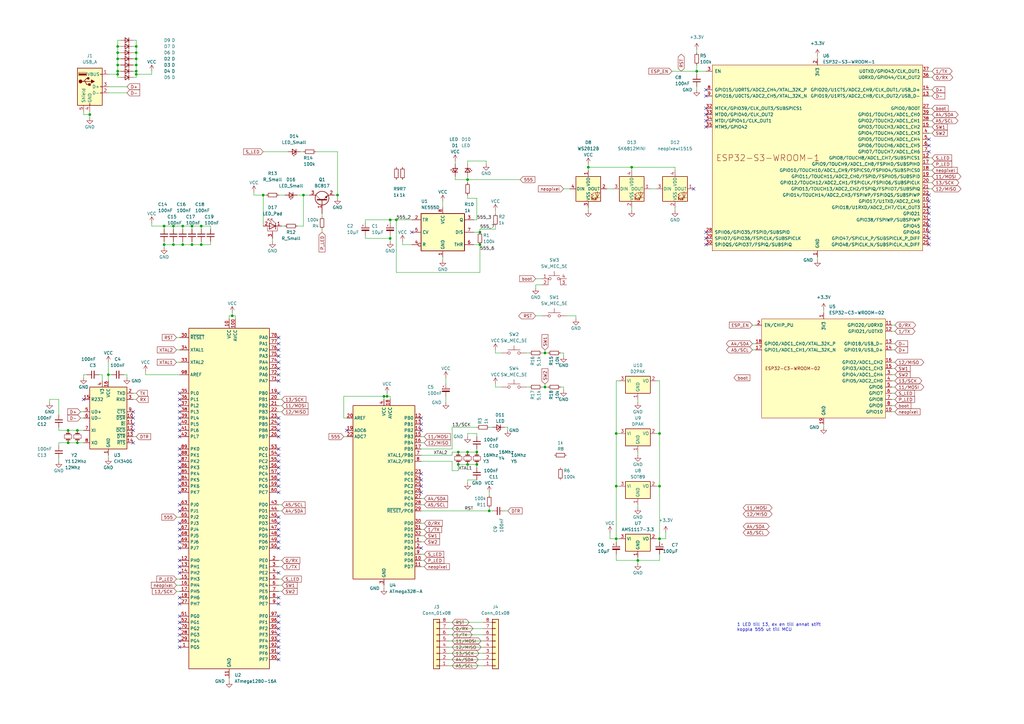
<source format=kicad_sch>
(kicad_sch (version 20230121) (generator eeschema)
  (paper "A3")
  (junction (at 158.75 162.56))
  (junction (at 78.74 100.33))
  (junction (at 195.58 190.5))
  (junction (at 27.94 176.53))
  (junction (at 196.85 95.25))
  (junction (at 67.31 100.33))
  (junction (at 200.66 209.55))
  (junction (at 157.48 162.56))
  (junction (at 67.31 92.71))
  (junction (at 95.25 129.54))
  (junction (at 48.26 26.67))
  (junction (at 55.88 29.21))
  (junction (at 252.73 220.98))
  (junction (at 252.73 199.39))
  (junction (at 191.77 73.66))
  (junction (at 55.88 30.48))
  (junction (at 191.77 185.42))
  (junction (at 107.95 80.01))
  (junction (at 48.26 30.48))
  (junction (at 48.26 19.05))
  (junction (at 82.55 92.71))
  (junction (at 138.43 80.01))
  (junction (at 27.94 181.61))
  (junction (at 252.73 177.8))
  (junction (at 44.45 153.67))
  (junction (at 261.62 229.87))
  (junction (at 223.52 144.78))
  (junction (at 160.02 90.17))
  (junction (at 187.96 190.5))
  (junction (at 270.51 177.8))
  (junction (at 48.26 29.21))
  (junction (at 48.26 24.13))
  (junction (at 270.51 199.39))
  (junction (at 78.74 92.71))
  (junction (at 74.93 100.33))
  (junction (at 162.56 90.17))
  (junction (at 160.02 97.79))
  (junction (at 71.12 100.33))
  (junction (at 31.75 176.53))
  (junction (at 191.77 190.5))
  (junction (at 285.75 29.21))
  (junction (at 74.93 92.71))
  (junction (at 187.96 185.42))
  (junction (at 31.75 181.61))
  (junction (at 55.88 24.13))
  (junction (at 55.88 19.05))
  (junction (at 48.26 21.59))
  (junction (at 82.55 100.33))
  (junction (at 241.3 68.58))
  (junction (at 270.51 220.98))
  (junction (at 196.85 100.33))
  (junction (at 55.88 21.59))
  (junction (at 36.83 46.99))
  (junction (at 55.88 26.67))
  (junction (at 259.08 68.58))
  (junction (at 71.12 92.71))
  (junction (at 223.52 158.75))
  (junction (at 195.58 185.42))
  (junction (at 124.46 80.01))
  (no_connect (at 114.3 184.15))
  (no_connect (at 73.66 189.23))
  (no_connect (at 381 85.09))
  (no_connect (at 73.66 245.11))
  (no_connect (at 114.3 199.39))
  (no_connect (at 114.3 267.97))
  (no_connect (at 114.3 245.11))
  (no_connect (at 73.66 194.31))
  (no_connect (at 114.3 262.89))
  (no_connect (at 114.3 138.43))
  (no_connect (at 381 59.69))
  (no_connect (at 114.3 140.97))
  (no_connect (at 381 90.17))
  (no_connect (at 172.72 196.85))
  (no_connect (at 172.72 173.99))
  (no_connect (at 73.66 168.91))
  (no_connect (at 172.72 201.93))
  (no_connect (at 114.3 201.93))
  (no_connect (at 381 87.63))
  (no_connect (at 114.3 214.63))
  (no_connect (at 73.66 247.65))
  (no_connect (at 114.3 186.69))
  (no_connect (at 54.61 168.91))
  (no_connect (at 114.3 171.45))
  (no_connect (at 114.3 255.27))
  (no_connect (at 54.61 173.99))
  (no_connect (at 73.66 222.25))
  (no_connect (at 114.3 247.65))
  (no_connect (at 73.66 173.99))
  (no_connect (at 73.66 186.69))
  (no_connect (at 73.66 255.27))
  (no_connect (at 73.66 219.71))
  (no_connect (at 114.3 146.05))
  (no_connect (at 73.66 265.43))
  (no_connect (at 114.3 179.07))
  (no_connect (at 284.48 77.47))
  (no_connect (at 114.3 219.71))
  (no_connect (at 54.61 176.53))
  (no_connect (at 114.3 260.35))
  (no_connect (at 114.3 196.85))
  (no_connect (at 54.61 181.61))
  (no_connect (at 172.72 199.39))
  (no_connect (at 73.66 262.89))
  (no_connect (at 381 57.15))
  (no_connect (at 114.3 212.09))
  (no_connect (at 114.3 257.81))
  (no_connect (at 73.66 176.53))
  (no_connect (at 381 97.79))
  (no_connect (at 73.66 217.17))
  (no_connect (at 114.3 194.31))
  (no_connect (at 114.3 222.25))
  (no_connect (at 289.56 100.33))
  (no_connect (at 289.56 39.37))
  (no_connect (at 73.66 199.39))
  (no_connect (at 172.72 171.45))
  (no_connect (at 114.3 270.51))
  (no_connect (at 73.66 191.77))
  (no_connect (at 73.66 260.35))
  (no_connect (at 114.3 224.79))
  (no_connect (at 73.66 196.85))
  (no_connect (at 289.56 36.83))
  (no_connect (at 73.66 234.95))
  (no_connect (at 114.3 148.59))
  (no_connect (at 73.66 163.83))
  (no_connect (at 381 80.01))
  (no_connect (at 34.29 163.83))
  (no_connect (at 73.66 184.15))
  (no_connect (at 381 92.71))
  (no_connect (at 289.56 52.07))
  (no_connect (at 289.56 44.45))
  (no_connect (at 73.66 161.29))
  (no_connect (at 114.3 153.67))
  (no_connect (at 381 62.23))
  (no_connect (at 54.61 171.45))
  (no_connect (at 114.3 189.23))
  (no_connect (at 289.56 49.53))
  (no_connect (at 114.3 217.17))
  (no_connect (at 114.3 234.95))
  (no_connect (at 381 100.33))
  (no_connect (at 289.56 46.99))
  (no_connect (at 114.3 176.53))
  (no_connect (at 289.56 95.25))
  (no_connect (at 73.66 201.93))
  (no_connect (at 114.3 173.99))
  (no_connect (at 381 82.55))
  (no_connect (at 73.66 209.55))
  (no_connect (at 73.66 207.01))
  (no_connect (at 114.3 143.51))
  (no_connect (at 114.3 151.13))
  (no_connect (at 114.3 161.29))
  (no_connect (at 114.3 191.77))
  (no_connect (at 172.72 176.53))
  (no_connect (at 142.24 176.53))
  (no_connect (at 289.56 97.79))
  (no_connect (at 73.66 166.37))
  (no_connect (at 73.66 229.87))
  (no_connect (at 73.66 252.73))
  (no_connect (at 73.66 232.41))
  (no_connect (at 381 95.25))
  (no_connect (at 73.66 171.45))
  (no_connect (at 114.3 156.21))
  (no_connect (at 114.3 265.43))
  (no_connect (at 73.66 224.79))
  (no_connect (at 172.72 224.79))
  (no_connect (at 172.72 194.31))
  (no_connect (at 114.3 252.73))
  (no_connect (at 73.66 214.63))
  (no_connect (at 168.91 95.25))
  (no_connect (at 73.66 257.81))
  (no_connect (at 73.66 179.07))
  (wire (pts (xy 285.75 26.67) (xy 285.75 29.21)))
  (wire (pts (xy 182.88 162.56) (xy 182.88 165.1)))
  (wire (pts (xy 124.46 80.01) (xy 127 80.01)))
  (wire (pts (xy 367.03 168.91) (xy 365.76 168.91)))
  (wire (pts (xy 187.96 185.42) (xy 191.77 185.42)))
  (wire (pts (xy 44.45 186.69) (xy 44.45 187.96)))
  (wire (pts (xy 241.3 85.09) (xy 241.3 86.36)))
  (wire (pts (xy 173.99 214.63) (xy 172.72 214.63)))
  (wire (pts (xy 34.29 153.67) (xy 35.56 153.67)))
  (wire (pts (xy 250.19 220.98) (xy 252.73 220.98)))
  (wire (pts (xy 157.48 162.56) (xy 158.75 162.56)))
  (wire (pts (xy 48.26 16.51) (xy 48.26 19.05)))
  (wire (pts (xy 165.1 100.33) (xy 168.91 100.33)))
  (wire (pts (xy 115.57 166.37) (xy 114.3 166.37)))
  (wire (pts (xy 367.03 151.13) (xy 365.76 151.13)))
  (wire (pts (xy 308.61 140.97) (xy 309.88 140.97)))
  (wire (pts (xy 285.75 35.56) (xy 285.75 36.83)))
  (wire (pts (xy 203.2 87.63) (xy 203.2 86.36)))
  (wire (pts (xy 40.64 153.67) (xy 41.91 153.67)))
  (wire (pts (xy 223.52 157.48) (xy 223.52 158.75)))
  (wire (pts (xy 275.59 29.21) (xy 285.75 29.21)))
  (wire (pts (xy 173.99 181.61) (xy 172.72 181.61)))
  (wire (pts (xy 184.15 260.35) (xy 198.12 260.35)))
  (wire (pts (xy 162.56 90.17) (xy 168.91 90.17)))
  (wire (pts (xy 191.77 66.04) (xy 199.39 66.04)))
  (wire (pts (xy 142.24 171.45) (xy 140.97 171.45)))
  (wire (pts (xy 115.57 209.55) (xy 114.3 209.55)))
  (wire (pts (xy 72.39 148.59) (xy 73.66 148.59)))
  (wire (pts (xy 149.86 91.44) (xy 149.86 90.17)))
  (wire (pts (xy 132.08 87.63) (xy 132.08 88.9)))
  (wire (pts (xy 252.73 222.25) (xy 252.73 220.98)))
  (wire (pts (xy 382.27 69.85) (xy 381 69.85)))
  (wire (pts (xy 24.13 176.53) (xy 27.94 176.53)))
  (wire (pts (xy 241.3 68.58) (xy 259.08 68.58)))
  (wire (pts (xy 160.02 162.56) (xy 158.75 162.56)))
  (wire (pts (xy 74.93 92.71) (xy 71.12 92.71)))
  (wire (pts (xy 182.88 154.94) (xy 182.88 157.48)))
  (wire (pts (xy 191.77 81.28) (xy 191.77 80.01)))
  (wire (pts (xy 259.08 68.58) (xy 276.86 68.58)))
  (wire (pts (xy 195.58 184.15) (xy 195.58 185.42)))
  (wire (pts (xy 252.73 220.98) (xy 254 220.98)))
  (wire (pts (xy 48.26 26.67) (xy 48.26 29.21)))
  (wire (pts (xy 72.39 240.03) (xy 73.66 240.03)))
  (wire (pts (xy 44.45 30.48) (xy 48.26 30.48)))
  (wire (pts (xy 72.39 138.43) (xy 73.66 138.43)))
  (wire (pts (xy 48.26 21.59) (xy 48.26 24.13)))
  (wire (pts (xy 261.62 185.42) (xy 261.62 186.69)))
  (wire (pts (xy 172.72 189.23) (xy 185.42 189.23)))
  (wire (pts (xy 140.97 171.45) (xy 140.97 162.56)))
  (wire (pts (xy 160.02 163.83) (xy 160.02 162.56)))
  (wire (pts (xy 173.99 232.41) (xy 172.72 232.41)))
  (wire (pts (xy 160.02 90.17) (xy 160.02 91.44)))
  (wire (pts (xy 382.27 72.39) (xy 381 72.39)))
  (wire (pts (xy 185.42 184.15) (xy 172.72 184.15)))
  (wire (pts (xy 181.61 82.55) (xy 181.61 85.09)))
  (wire (pts (xy 270.51 156.21) (xy 270.51 177.8)))
  (wire (pts (xy 382.27 64.77) (xy 381 64.77)))
  (wire (pts (xy 71.12 100.33) (xy 67.31 100.33)))
  (wire (pts (xy 54.61 21.59) (xy 55.88 21.59)))
  (wire (pts (xy 215.9 144.78) (xy 217.17 144.78)))
  (wire (pts (xy 67.31 92.71) (xy 71.12 92.71)))
  (wire (pts (xy 231.14 160.02) (xy 231.14 158.75)))
  (wire (pts (xy 252.73 227.33) (xy 252.73 229.87)))
  (wire (pts (xy 55.88 24.13) (xy 55.88 26.67)))
  (wire (pts (xy 36.83 45.72) (xy 36.83 46.99)))
  (wire (pts (xy 367.03 158.75) (xy 365.76 158.75)))
  (wire (pts (xy 24.13 182.88) (xy 24.13 181.61)))
  (wire (pts (xy 186.69 66.04) (xy 186.69 67.31)))
  (wire (pts (xy 115.57 240.03) (xy 114.3 240.03)))
  (wire (pts (xy 184.15 270.51) (xy 198.12 270.51)))
  (wire (pts (xy 203.2 157.48) (xy 203.2 158.75)))
  (wire (pts (xy 54.61 31.75) (xy 55.88 31.75)))
  (wire (pts (xy 107.95 62.23) (xy 118.11 62.23)))
  (wire (pts (xy 241.3 68.58) (xy 241.3 69.85)))
  (wire (pts (xy 121.92 80.01) (xy 124.46 80.01)))
  (wire (pts (xy 191.77 179.07) (xy 191.77 177.8)))
  (wire (pts (xy 273.05 218.44) (xy 273.05 220.98)))
  (wire (pts (xy 191.77 81.28) (xy 195.58 81.28)))
  (wire (pts (xy 59.69 153.67) (xy 73.66 153.67)))
  (wire (pts (xy 104.14 78.74) (xy 104.14 80.01)))
  (wire (pts (xy 149.86 96.52) (xy 149.86 97.79)))
  (wire (pts (xy 115.57 92.71) (xy 116.84 92.71)))
  (wire (pts (xy 41.91 153.67) (xy 41.91 156.21)))
  (wire (pts (xy 55.88 30.48) (xy 55.88 29.21)))
  (wire (pts (xy 173.99 217.17) (xy 172.72 217.17)))
  (wire (pts (xy 259.08 68.58) (xy 259.08 69.85)))
  (wire (pts (xy 185.42 193.04) (xy 187.96 193.04)))
  (wire (pts (xy 254 177.8) (xy 252.73 177.8)))
  (wire (pts (xy 48.26 19.05) (xy 48.26 21.59)))
  (wire (pts (xy 149.86 90.17) (xy 160.02 90.17)))
  (wire (pts (xy 123.19 62.23) (xy 124.46 62.23)))
  (wire (pts (xy 219.71 118.11) (xy 219.71 116.84)))
  (wire (pts (xy 191.77 177.8) (xy 195.58 177.8)))
  (wire (pts (xy 252.73 177.8) (xy 252.73 199.39)))
  (wire (pts (xy 74.93 100.33) (xy 71.12 100.33)))
  (wire (pts (xy 185.42 186.69) (xy 185.42 185.42)))
  (wire (pts (xy 185.42 189.23) (xy 185.42 193.04)))
  (wire (pts (xy 74.93 99.06) (xy 74.93 100.33)))
  (wire (pts (xy 191.77 73.66) (xy 191.77 74.93)))
  (wire (pts (xy 194.31 95.25) (xy 196.85 95.25)))
  (wire (pts (xy 44.45 148.59) (xy 44.45 153.67)))
  (wire (pts (xy 82.55 100.33) (xy 78.74 100.33)))
  (wire (pts (xy 44.45 35.56) (xy 52.07 35.56)))
  (wire (pts (xy 248.92 77.47) (xy 251.46 77.47)))
  (wire (pts (xy 138.43 81.28) (xy 138.43 80.01)))
  (wire (pts (xy 82.55 99.06) (xy 82.55 100.33)))
  (wire (pts (xy 72.39 237.49) (xy 73.66 237.49)))
  (wire (pts (xy 55.88 161.29) (xy 54.61 161.29)))
  (wire (pts (xy 173.99 179.07) (xy 172.72 179.07)))
  (wire (pts (xy 140.97 162.56) (xy 157.48 162.56)))
  (wire (pts (xy 49.53 21.59) (xy 48.26 21.59)))
  (wire (pts (xy 266.7 77.47) (xy 269.24 77.47)))
  (wire (pts (xy 162.56 90.17) (xy 160.02 90.17)))
  (wire (pts (xy 55.88 19.05) (xy 55.88 21.59)))
  (wire (pts (xy 52.07 153.67) (xy 50.8 153.67)))
  (wire (pts (xy 115.57 163.83) (xy 114.3 163.83)))
  (wire (pts (xy 54.61 19.05) (xy 55.88 19.05)))
  (wire (pts (xy 335.28 105.41) (xy 335.28 106.68)))
  (wire (pts (xy 203.2 158.75) (xy 205.74 158.75)))
  (wire (pts (xy 44.45 38.1) (xy 52.07 38.1)))
  (wire (pts (xy 241.3 67.31) (xy 241.3 68.58)))
  (wire (pts (xy 107.95 80.01) (xy 109.22 80.01)))
  (wire (pts (xy 215.9 158.75) (xy 217.17 158.75)))
  (wire (pts (xy 252.73 156.21) (xy 252.73 177.8)))
  (wire (pts (xy 49.53 26.67) (xy 48.26 26.67)))
  (wire (pts (xy 250.19 218.44) (xy 250.19 220.98)))
  (wire (pts (xy 24.13 163.83) (xy 24.13 170.18)))
  (wire (pts (xy 213.36 73.66) (xy 191.77 73.66)))
  (wire (pts (xy 24.13 175.26) (xy 24.13 176.53)))
  (wire (pts (xy 219.71 116.84) (xy 222.25 116.84)))
  (wire (pts (xy 194.31 100.33) (xy 196.85 100.33)))
  (wire (pts (xy 203.2 143.51) (xy 203.2 144.78)))
  (wire (pts (xy 199.39 66.04) (xy 199.39 67.31)))
  (wire (pts (xy 222.25 144.78) (xy 223.52 144.78)))
  (wire (pts (xy 138.43 62.23) (xy 138.43 80.01)))
  (wire (pts (xy 160.02 99.06) (xy 160.02 97.79)))
  (wire (pts (xy 27.94 181.61) (xy 31.75 181.61)))
  (wire (pts (xy 367.03 135.89) (xy 365.76 135.89)))
  (wire (pts (xy 34.29 46.99) (xy 36.83 46.99)))
  (wire (pts (xy 184.15 267.97) (xy 198.12 267.97)))
  (wire (pts (xy 236.22 130.81) (xy 236.22 129.54)))
  (wire (pts (xy 223.52 143.51) (xy 223.52 144.78)))
  (wire (pts (xy 382.27 46.99) (xy 381 46.99)))
  (wire (pts (xy 382.27 44.45) (xy 381 44.45)))
  (wire (pts (xy 78.74 92.71) (xy 74.93 92.71)))
  (wire (pts (xy 223.52 144.78) (xy 224.79 144.78)))
  (wire (pts (xy 203.2 93.98) (xy 196.85 93.98)))
  (wire (pts (xy 78.74 92.71) (xy 78.74 93.98)))
  (wire (pts (xy 308.61 143.51) (xy 309.88 143.51)))
  (wire (pts (xy 276.86 85.09) (xy 276.86 86.36)))
  (wire (pts (xy 49.53 19.05) (xy 48.26 19.05)))
  (wire (pts (xy 200.66 175.26) (xy 201.93 175.26)))
  (wire (pts (xy 124.46 92.71) (xy 124.46 80.01)))
  (wire (pts (xy 86.36 92.71) (xy 82.55 92.71)))
  (wire (pts (xy 48.26 29.21) (xy 49.53 29.21)))
  (wire (pts (xy 335.28 22.86) (xy 335.28 24.13)))
  (wire (pts (xy 382.27 49.53) (xy 381 49.53)))
  (wire (pts (xy 254 156.21) (xy 252.73 156.21)))
  (wire (pts (xy 185.42 185.42) (xy 187.96 185.42)))
  (wire (pts (xy 24.13 187.96) (xy 24.13 189.23)))
  (wire (pts (xy 382.27 74.93) (xy 381 74.93)))
  (wire (pts (xy 44.45 153.67) (xy 44.45 156.21)))
  (wire (pts (xy 31.75 181.61) (xy 34.29 181.61)))
  (wire (pts (xy 196.85 93.98) (xy 196.85 95.25)))
  (wire (pts (xy 36.83 46.99) (xy 36.83 48.26)))
  (wire (pts (xy 191.77 185.42) (xy 195.58 185.42)))
  (wire (pts (xy 82.55 92.71) (xy 82.55 93.98)))
  (wire (pts (xy 382.27 29.21) (xy 381 29.21)))
  (wire (pts (xy 34.29 153.67) (xy 34.29 154.94)))
  (wire (pts (xy 24.13 181.61) (xy 27.94 181.61)))
  (wire (pts (xy 93.98 130.81) (xy 93.98 129.54)))
  (wire (pts (xy 96.52 129.54) (xy 96.52 130.81)))
  (wire (pts (xy 222.25 158.75) (xy 223.52 158.75)))
  (wire (pts (xy 115.57 207.01) (xy 114.3 207.01)))
  (wire (pts (xy 48.26 31.75) (xy 48.26 30.48)))
  (wire (pts (xy 231.14 158.75) (xy 229.87 158.75)))
  (wire (pts (xy 337.82 173.99) (xy 337.82 175.26)))
  (wire (pts (xy 54.61 16.51) (xy 55.88 16.51)))
  (wire (pts (xy 27.94 176.53) (xy 31.75 176.53)))
  (wire (pts (xy 54.61 179.07) (xy 55.88 179.07)))
  (wire (pts (xy 308.61 133.35) (xy 309.88 133.35)))
  (wire (pts (xy 184.15 262.89) (xy 198.12 262.89)))
  (wire (pts (xy 55.88 163.83) (xy 54.61 163.83)))
  (wire (pts (xy 219.71 129.54) (xy 222.25 129.54)))
  (wire (pts (xy 20.32 163.83) (xy 24.13 163.83)))
  (wire (pts (xy 86.36 100.33) (xy 82.55 100.33)))
  (wire (pts (xy 162.56 90.17) (xy 162.56 111.76)))
  (wire (pts (xy 185.42 175.26) (xy 185.42 184.15)))
  (wire (pts (xy 62.23 92.71) (xy 67.31 92.71)))
  (wire (pts (xy 78.74 99.06) (xy 78.74 100.33)))
  (wire (pts (xy 157.48 163.83) (xy 157.48 162.56)))
  (wire (pts (xy 269.24 199.39) (xy 270.51 199.39)))
  (wire (pts (xy 86.36 99.06) (xy 86.36 100.33)))
  (wire (pts (xy 114.3 80.01) (xy 116.84 80.01)))
  (wire (pts (xy 382.27 31.75) (xy 381 31.75)))
  (wire (pts (xy 208.28 176.53) (xy 208.28 175.26)))
  (wire (pts (xy 31.75 176.53) (xy 34.29 176.53)))
  (wire (pts (xy 49.53 31.75) (xy 48.26 31.75)))
  (wire (pts (xy 191.77 190.5) (xy 195.58 190.5)))
  (wire (pts (xy 252.73 229.87) (xy 261.62 229.87)))
  (wire (pts (xy 173.99 219.71) (xy 172.72 219.71)))
  (wire (pts (xy 160.02 96.52) (xy 160.02 97.79)))
  (wire (pts (xy 382.27 52.07) (xy 381 52.07)))
  (wire (pts (xy 72.39 242.57) (xy 73.66 242.57)))
  (wire (pts (xy 203.2 144.78) (xy 205.74 144.78)))
  (wire (pts (xy 270.51 177.8) (xy 270.51 199.39)))
  (wire (pts (xy 195.58 190.5) (xy 195.58 191.77)))
  (wire (pts (xy 270.51 229.87) (xy 261.62 229.87)))
  (wire (pts (xy 59.69 152.4) (xy 59.69 153.67)))
  (wire (pts (xy 138.43 80.01) (xy 137.16 80.01)))
  (wire (pts (xy 115.57 237.49) (xy 114.3 237.49)))
  (wire (pts (xy 367.03 163.83) (xy 365.76 163.83)))
  (wire (pts (xy 104.14 80.01) (xy 107.95 80.01)))
  (wire (pts (xy 95.25 129.54) (xy 96.52 129.54)))
  (wire (pts (xy 367.03 133.35) (xy 365.76 133.35)))
  (wire (pts (xy 71.12 92.71) (xy 71.12 93.98)))
  (wire (pts (xy 184.15 265.43) (xy 198.12 265.43)))
  (wire (pts (xy 367.03 161.29) (xy 365.76 161.29)))
  (wire (pts (xy 270.51 199.39) (xy 270.51 220.98)))
  (wire (pts (xy 140.97 179.07) (xy 142.24 179.07)))
  (wire (pts (xy 187.96 190.5) (xy 191.77 190.5)))
  (wire (pts (xy 382.27 36.83) (xy 381 36.83)))
  (wire (pts (xy 191.77 67.31) (xy 191.77 66.04)))
  (wire (pts (xy 367.03 140.97) (xy 365.76 140.97)))
  (wire (pts (xy 54.61 24.13) (xy 55.88 24.13)))
  (wire (pts (xy 186.69 72.39) (xy 186.69 73.66)))
  (wire (pts (xy 231.14 144.78) (xy 229.87 144.78)))
  (wire (pts (xy 219.71 114.3) (xy 222.25 114.3)))
  (wire (pts (xy 55.88 26.67) (xy 55.88 29.21)))
  (wire (pts (xy 191.77 196.85) (xy 195.58 196.85)))
  (wire (pts (xy 382.27 77.47) (xy 381 77.47)))
  (wire (pts (xy 62.23 30.48) (xy 55.88 30.48)))
  (wire (pts (xy 107.95 80.01) (xy 107.95 92.71)))
  (wire (pts (xy 33.02 168.91) (xy 34.29 168.91)))
  (wire (pts (xy 74.93 92.71) (xy 74.93 93.98)))
  (wire (pts (xy 367.03 153.67) (xy 365.76 153.67)))
  (wire (pts (xy 52.07 154.94) (xy 52.07 153.67)))
  (wire (pts (xy 196.85 111.76) (xy 196.85 100.33)))
  (wire (pts (xy 203.2 92.71) (xy 203.2 93.98)))
  (wire (pts (xy 270.51 227.33) (xy 270.51 229.87)))
  (wire (pts (xy 71.12 99.06) (xy 71.12 100.33)))
  (wire (pts (xy 48.26 30.48) (xy 48.26 29.21)))
  (wire (pts (xy 269.24 156.21) (xy 270.51 156.21)))
  (wire (pts (xy 149.86 97.79) (xy 160.02 97.79)))
  (wire (pts (xy 367.03 148.59) (xy 365.76 148.59)))
  (wire (pts (xy 173.99 204.47) (xy 172.72 204.47)))
  (wire (pts (xy 157.48 240.03) (xy 157.48 241.3)))
  (wire (pts (xy 184.15 273.05) (xy 198.12 273.05)))
  (wire (pts (xy 48.26 24.13) (xy 48.26 26.67)))
  (wire (pts (xy 49.53 24.13) (xy 48.26 24.13)))
  (wire (pts (xy 55.88 16.51) (xy 55.88 19.05)))
  (wire (pts (xy 115.57 229.87) (xy 114.3 229.87)))
  (wire (pts (xy 269.24 177.8) (xy 270.51 177.8)))
  (wire (pts (xy 86.36 93.98) (xy 86.36 92.71)))
  (wire (pts (xy 173.99 222.25) (xy 172.72 222.25)))
  (wire (pts (xy 67.31 93.98) (xy 67.31 92.71)))
  (wire (pts (xy 367.03 156.21) (xy 365.76 156.21)))
  (wire (pts (xy 276.86 68.58) (xy 276.86 69.85)))
  (wire (pts (xy 172.72 186.69) (xy 185.42 186.69)))
  (wire (pts (xy 54.61 26.67) (xy 55.88 26.67)))
  (wire (pts (xy 367.03 166.37) (xy 365.76 166.37)))
  (wire (pts (xy 208.28 209.55) (xy 207.01 209.55)))
  (wire (pts (xy 231.14 146.05) (xy 231.14 144.78)))
  (wire (pts (xy 285.75 29.21) (xy 289.56 29.21)))
  (wire (pts (xy 55.88 21.59) (xy 55.88 24.13)))
  (wire (pts (xy 231.14 77.47) (xy 233.68 77.47)))
  (wire (pts (xy 367.03 143.51) (xy 365.76 143.51)))
  (wire (pts (xy 111.76 97.79) (xy 111.76 99.06)))
  (wire (pts (xy 62.23 29.21) (xy 62.23 30.48)))
  (wire (pts (xy 78.74 100.33) (xy 74.93 100.33)))
  (wire (pts (xy 72.39 212.09) (xy 73.66 212.09)))
  (wire (pts (xy 55.88 31.75) (xy 55.88 30.48)))
  (wire (pts (xy 337.82 127) (xy 337.82 128.27)))
  (wire (pts (xy 129.54 62.23) (xy 138.43 62.23)))
  (wire (pts (xy 261.62 163.83) (xy 261.62 165.1)))
  (wire (pts (xy 200.66 208.28) (xy 200.66 209.55)))
  (wire (pts (xy 55.88 29.21) (xy 54.61 29.21)))
  (wire (pts (xy 382.27 54.61) (xy 381 54.61)))
  (wire (pts (xy 195.58 177.8) (xy 195.58 179.07)))
  (wire (pts (xy 194.31 90.17) (xy 195.58 90.17)))
  (wire (pts (xy 115.57 168.91) (xy 114.3 168.91)))
  (wire (pts (xy 200.66 209.55) (xy 201.93 209.55)))
  (wire (pts (xy 223.52 158.75) (xy 224.79 158.75)))
  (wire (pts (xy 200.66 201.93) (xy 200.66 203.2)))
  (wire (pts (xy 285.75 29.21) (xy 285.75 30.48)))
  (wire (pts (xy 62.23 91.44) (xy 62.23 92.71)))
  (wire (pts (xy 252.73 199.39) (xy 252.73 220.98)))
  (wire (pts (xy 195.58 90.17) (xy 195.58 81.28)))
  (wire (pts (xy 173.99 229.87) (xy 172.72 229.87)))
  (wire (pts (xy 173.99 207.01) (xy 172.72 207.01)))
  (wire (pts (xy 186.69 73.66) (xy 191.77 73.66)))
  (wire (pts (xy 285.75 20.32) (xy 285.75 21.59)))
  (wire (pts (xy 236.22 129.54) (xy 232.41 129.54)))
  (wire (pts (xy 208.28 175.26) (xy 207.01 175.26)))
  (wire (pts (xy 95.25 128.27) (xy 95.25 129.54)))
  (wire (pts (xy 115.57 242.57) (xy 114.3 242.57)))
  (wire (pts (xy 33.02 171.45) (xy 34.29 171.45)))
  (wire (pts (xy 158.75 162.56) (xy 158.75 161.29)))
  (wire (pts (xy 67.31 100.33) (xy 67.31 101.6)))
  (wire (pts (xy 191.77 72.39) (xy 191.77 73.66)))
  (wire (pts (xy 121.92 92.71) (xy 124.46 92.71)))
  (wire (pts (xy 93.98 129.54) (xy 95.25 129.54)))
  (wire (pts (xy 261.62 229.87) (xy 261.62 228.6)))
  (wire (pts (xy 72.39 143.51) (xy 73.66 143.51)))
  (wire (pts (xy 172.72 209.55) (xy 200.66 209.55)))
  (wire (pts (xy 165.1 99.06) (xy 165.1 100.33)))
  (wire (pts (xy 270.51 220.98) (xy 269.24 220.98)))
  (wire (pts (xy 254 199.39) (xy 252.73 199.39)))
  (wire (pts (xy 49.53 16.51) (xy 48.26 16.51)))
  (wire (pts (xy 93.98 278.13) (xy 93.98 279.4)))
  (wire (pts (xy 259.08 85.09) (xy 259.08 86.36)))
  (wire (pts (xy 115.57 232.41) (xy 114.3 232.41)))
  (wire (pts (xy 261.62 229.87) (xy 261.62 231.14)))
  (wire (pts (xy 261.62 207.01) (xy 261.62 208.28)))
  (wire (pts (xy 191.77 198.12) (xy 191.77 196.85)))
  (wire (pts (xy 185.42 175.26) (xy 195.58 175.26)))
  (wire (pts (xy 82.55 92.71) (xy 78.74 92.71)))
  (wire (pts (xy 34.29 45.72) (xy 34.29 46.99)))
  (wire (pts (xy 273.05 220.98) (xy 270.51 220.98)))
  (wire (pts (xy 173.99 227.33) (xy 172.72 227.33)))
  (wire (pts (xy 181.61 105.41) (xy 181.61 106.68)))
  (wire (pts (xy 187.96 190.5) (xy 187.96 193.04)))
  (wire (pts (xy 132.08 93.98) (xy 132.08 95.25)))
  (wire (pts (xy 162.56 111.76) (xy 196.85 111.76)))
  (wire (pts (xy 184.15 255.27) (xy 198.12 255.27)))
  (wire (pts (xy 382.27 67.31) (xy 381 67.31)))
  (wire (pts (xy 67.31 99.06) (xy 67.31 100.33)))
  (wire (pts (xy 184.15 257.81) (xy 198.12 257.81)))
  (wire (pts (xy 270.51 222.25) (xy 270.51 220.98)))
  (wire (pts (xy 20.32 165.1) (xy 20.32 163.83)))
  (wire (pts (xy 382.27 39.37) (xy 381 39.37)))
  (wire (pts (xy 44.45 153.67) (xy 45.72 153.67)))
  (text "1 LED till 13, ex en till annat stift\nkoppla 555 ut till MCU" (at 302.26 259.08 0) (effects (font (size 1.27 1.27)) (justify left bottom)))
  (label "555_3" (at 195.58 90.17 0))
  (label "555_2" (at 162.56 90.17 0))
  (label "RST" (at 190.5 209.55 0))
  (label "555_7" (at 196.85 93.98 0))
  (label "XTAL2" (at 177.8 186.69 0))
  (label "555_6" (at 196.85 102.87 0))
  (label "13{slash}SCK" (at 185.42 175.26 0))
  (label "XTAL1" (at 187.96 193.04 0))
  (global_label "XTAL1" (shape input) (at 72.39 148.59 180) (property "Intersheetrefs" "${INTERSHEET_REFS}" (effects hide)))
  (global_label "SW1" (shape input) (at 382.27 52.07 0) (property "Intersheetrefs" "${INTERSHEET_REFS}" (effects hide)))
  (global_label "D+" (shape input) (at 52.07 35.56 0) (property "Intersheetrefs" "${INTERSHEET_REFS}" (effects hide)))
  (global_label "A5{slash}SCL" (shape bidirectional) (at 304.8 218.44 0) (property "Intersheetrefs" "${INTERSHEET_REFS}" (effects hide)))
  (global_label "555" (shape input) (at 72.39 212.09 180) (property "Intersheetrefs" "${INTERSHEET_REFS}" (effects hide)))
  (global_label "13{slash}SCK" (shape input) (at 72.39 242.57 180) (property "Intersheetrefs" "${INTERSHEET_REFS}" (effects hide)))
  (global_label "12{slash}MISO" (shape input) (at 173.99 181.61 0) (property "Intersheetrefs" "${INTERSHEET_REFS}" (effects hide)))
  (global_label "A4{slash}SDA" (shape bidirectional) (at 304.8 215.9 0) (property "Intersheetrefs" "${INTERSHEET_REFS}" (effects hide)))
  (global_label "0{slash}RX" (shape bidirectional) (at 367.03 133.35 0) (property "Intersheetrefs" "${INTERSHEET_REFS}" (effects hide)))
  (global_label "RST" (shape bidirectional) (at 279.4 29.21 90) (property "Intersheetrefs" "${INTERSHEET_REFS}" (effects hide)))
  (global_label "13{slash}SCK" (shape bidirectional) (at 382.27 74.93 0) (property "Intersheetrefs" "${INTERSHEET_REFS}" (effects hide)))
  (global_label "A4{slash}SDA" (shape bidirectional) (at 308.61 140.97 180) (property "Intersheetrefs" "${INTERSHEET_REFS}" (effects hide)))
  (global_label "RST" (shape input) (at 72.39 138.43 180) (property "Intersheetrefs" "${INTERSHEET_REFS}" (effects hide)))
  (global_label "12{slash}MISO" (shape bidirectional) (at 304.8 210.82 0) (property "Intersheetrefs" "${INTERSHEET_REFS}" (effects hide)))
  (global_label "D-" (shape input) (at 52.07 38.1 0) (property "Intersheetrefs" "${INTERSHEET_REFS}" (effects hide)))
  (global_label "neopixel" (shape input) (at 367.03 168.91 0) (property "Intersheetrefs" "${INTERSHEET_REFS}" (effects hide)))
  (global_label "DTR" (shape input) (at 208.28 209.55 0) (property "Intersheetrefs" "${INTERSHEET_REFS}" (effects hide)))
  (global_label "neopixel" (shape input) (at 72.39 240.03 180) (property "Intersheetrefs" "${INTERSHEET_REFS}" (effects hide)))
  (global_label "RST" (shape bidirectional) (at 219.71 129.54 180) (property "Intersheetrefs" "${INTERSHEET_REFS}" (effects hide)))
  (global_label "13{slash}SCK" (shape bidirectional) (at 367.03 156.21 0) (property "Intersheetrefs" "${INTERSHEET_REFS}" (effects hide)))
  (global_label "S_LED" (shape input) (at 173.99 227.33 0) (property "Intersheetrefs" "${INTERSHEET_REFS}" (effects hide)))
  (global_label "1{slash}TX" (shape input) (at 115.57 232.41 0) (property "Intersheetrefs" "${INTERSHEET_REFS}" (effects hide)))
  (global_label "ESP_EN" (shape input) (at 308.61 133.35 180) (property "Intersheetrefs" "${INTERSHEET_REFS}" (effects hide)))
  (global_label "A4{slash}SDA" (shape bidirectional) (at 382.27 46.99 0) (property "Intersheetrefs" "${INTERSHEET_REFS}" (effects hide)))
  (global_label "SW1" (shape input) (at 367.03 151.13 0) (property "Intersheetrefs" "${INTERSHEET_REFS}" (effects hide)))
  (global_label "1{slash}TX" (shape bidirectional) (at 185.42 260.35 0) (property "Intersheetrefs" "${INTERSHEET_REFS}" (effects hide)))
  (global_label "S_LED" (shape input) (at 115.57 237.49 0) (property "Intersheetrefs" "${INTERSHEET_REFS}" (effects hide)))
  (global_label "TX" (shape input) (at 55.88 161.29 0) (property "Intersheetrefs" "${INTERSHEET_REFS}" (effects hide)))
  (global_label "boot" (shape input) (at 382.27 44.45 0) (property "Intersheetrefs" "${INTERSHEET_REFS}" (effects hide)))
  (global_label "D+" (shape input) (at 382.27 36.83 0) (property "Intersheetrefs" "${INTERSHEET_REFS}" (effects hide)))
  (global_label "boot" (shape input) (at 219.71 114.3 180) (property "Intersheetrefs" "${INTERSHEET_REFS}" (effects hide)))
  (global_label "11{slash}MOSI" (shape input) (at 115.57 166.37 0) (property "Intersheetrefs" "${INTERSHEET_REFS}" (effects hide)))
  (global_label "12{slash}MISO" (shape bidirectional) (at 367.03 148.59 0) (property "Intersheetrefs" "${INTERSHEET_REFS}" (effects hide)))
  (global_label "0{slash}RX" (shape bidirectional) (at 185.42 257.81 0) (property "Intersheetrefs" "${INTERSHEET_REFS}" (effects hide)))
  (global_label "0{slash}RX" (shape input) (at 115.57 229.87 0) (property "Intersheetrefs" "${INTERSHEET_REFS}" (effects hide)))
  (global_label "RX" (shape input) (at 55.88 163.83 0) (property "Intersheetrefs" "${INTERSHEET_REFS}" (effects hide)))
  (global_label "P_LED" (shape input) (at 382.27 67.31 0) (property "Intersheetrefs" "${INTERSHEET_REFS}" (effects hide)))
  (global_label "1{slash}TX" (shape input) (at 173.99 217.17 0) (property "Intersheetrefs" "${INTERSHEET_REFS}" (effects hide)))
  (global_label "D+" (shape input) (at 33.02 168.91 180) (property "Intersheetrefs" "${INTERSHEET_REFS}" (effects hide)))
  (global_label "1{slash}TX" (shape bidirectional) (at 367.03 135.89 0) (property "Intersheetrefs" "${INTERSHEET_REFS}" (effects hide)))
  (global_label "12{slash}MISO" (shape bidirectional) (at 382.27 77.47 0) (property "Intersheetrefs" "${INTERSHEET_REFS}" (effects hide)))
  (global_label "11{slash}MOSI" (shape input) (at 173.99 179.07 0) (property "Intersheetrefs" "${INTERSHEET_REFS}" (effects hide)))
  (global_label "13{slash}SCK" (shape input) (at 115.57 163.83 0) (property "Intersheetrefs" "${INTERSHEET_REFS}" (effects hide)))
  (global_label "A5{slash}SCL" (shape input) (at 173.99 207.01 0) (property "Intersheetrefs" "${INTERSHEET_REFS}" (effects hide)))
  (global_label "P_LED" (shape input) (at 367.03 163.83 0) (property "Intersheetrefs" "${INTERSHEET_REFS}" (effects hide)))
  (global_label "13{slash}SCK" (shape bidirectional) (at 185.42 267.97 0) (property "Intersheetrefs" "${INTERSHEET_REFS}" (effects hide)))
  (global_label "XTAL2" (shape input) (at 72.39 143.51 180) (property "Intersheetrefs" "${INTERSHEET_REFS}" (effects hide)))
  (global_label "555" (shape input) (at 140.97 179.07 180) (property "Intersheetrefs" "${INTERSHEET_REFS}" (effects hide)))
  (global_label "S_LED" (shape input) (at 367.03 161.29 0) (property "Intersheetrefs" "${INTERSHEET_REFS}" (effects hide)))
  (global_label "boot" (shape input) (at 367.03 166.37 0) (property "Intersheetrefs" "${INTERSHEET_REFS}" (effects hide)))
  (global_label "0{slash}RX" (shape input) (at 173.99 214.63 0) (property "Intersheetrefs" "${INTERSHEET_REFS}" (effects hide)))
  (global_label "11{slash}MOSI" (shape bidirectional) (at 367.03 158.75 0) (property "Intersheetrefs" "${INTERSHEET_REFS}" (effects hide)))
  (global_label "RST" (shape bidirectional) (at 185.42 255.27 0) (property "Intersheetrefs" "${INTERSHEET_REFS}" (effects hide)))
  (global_label "SW2" (shape input) (at 367.03 153.67 0) (property "Intersheetrefs" "${INTERSHEET_REFS}" (effects hide)))
  (global_label "D-" (shape input) (at 382.27 39.37 0) (property "Intersheetrefs" "${INTERSHEET_REFS}" (effects hide)))
  (global_label "P_LED" (shape input) (at 173.99 229.87 0) (property "Intersheetrefs" "${INTERSHEET_REFS}" (effects hide)))
  (global_label "SW2" (shape input) (at 173.99 222.25 0) (property "Intersheetrefs" "${INTERSHEET_REFS}" (effects hide)))
  (global_label "A4{slash}SDA" (shape bidirectional) (at 185.42 270.51 0) (property "Intersheetrefs" "${INTERSHEET_REFS}" (effects hide)))
  (global_label "P_LED" (shape input) (at 132.08 95.25 270) (property "Intersheetrefs" "${INTERSHEET_REFS}" (effects hide)))
  (global_label "S_LED" (shape input) (at 382.27 64.77 0) (property "Intersheetrefs" "${INTERSHEET_REFS}" (effects hide)))
  (global_label "1{slash}TX" (shape bidirectional) (at 382.27 29.21 0) (property "Intersheetrefs" "${INTERSHEET_REFS}" (effects hide)))
  (global_label "boot" (shape input) (at 300.99 154.94 0) (property "Intersheetrefs" "${INTERSHEET_REFS}" (effects hide)))
  (global_label "neopixel" (shape input) (at 382.27 69.85 0) (property "Intersheetrefs" "${INTERSHEET_REFS}" (effects hide)))
  (global_label "SW2" (shape input) (at 115.57 242.57 0) (property "Intersheetrefs" "${INTERSHEET_REFS}" (effects hide)))
  (global_label "A4{slash}SDA" (shape input) (at 115.57 209.55 0) (property "Intersheetrefs" "${INTERSHEET_REFS}" (effects hide)))
  (global_label "12{slash}MISO" (shape bidirectional) (at 185.42 265.43 0) (property "Intersheetrefs" "${INTERSHEET_REFS}" (effects hide)))
  (global_label "A4{slash}SDA" (shape input) (at 173.99 204.47 0) (property "Intersheetrefs" "${INTERSHEET_REFS}" (effects hide)))
  (global_label "A5{slash}SCL" (shape bidirectional) (at 308.61 143.51 180) (property "Intersheetrefs" "${INTERSHEET_REFS}" (effects hide)))
  (global_label "SW1" (shape input) (at 173.99 219.71 0) (property "Intersheetrefs" "${INTERSHEET_REFS}" (effects hide)))
  (global_label "S_LED" (shape input) (at 107.95 62.23 180) (property "Intersheetrefs" "${INTERSHEET_REFS}" (effects hide)))
  (global_label "D-" (shape input) (at 33.02 171.45 180) (property "Intersheetrefs" "${INTERSHEET_REFS}" (effects hide)))
  (global_label "555" (shape input) (at 213.36 73.66 0) (property "Intersheetrefs" "${INTERSHEET_REFS}" (effects hide)))
  (global_label "ESP_EN" (shape input) (at 275.59 29.21 180) (property "Intersheetrefs" "${INTERSHEET_REFS}" (effects hide)))
  (global_label "SW2" (shape input) (at 223.52 157.48 90) (property "Intersheetrefs" "${INTERSHEET_REFS}" (effects hide)))
  (global_label "D+" (shape input) (at 367.03 143.51 0) (property "Intersheetrefs" "${INTERSHEET_REFS}" (effects hide)))
  (global_label "SW2" (shape input) (at 382.27 54.61 0) (property "Intersheetrefs" "${INTERSHEET_REFS}" (effects hide)))
  (global_label "11{slash}MOSI" (shape bidirectional) (at 185.42 262.89 0) (property "Intersheetrefs" "${INTERSHEET_REFS}" (effects hide)))
  (global_label "D-" (shape input) (at 367.03 140.97 0) (property "Intersheetrefs" "${INTERSHEET_REFS}" (effects hide)))
  (global_label "0{slash}RX" (shape bidirectional) (at 382.27 31.75 0) (property "Intersheetrefs" "${INTERSHEET_REFS}" (effects hide)))
  (global_label "P_LED" (shape input) (at 72.39 237.49 180) (property "Intersheetrefs" "${INTERSHEET_REFS}" (effects hide)))
  (global_label "A5{slash}SCL" (shape bidirectional) (at 185.42 273.05 0) (property "Intersheetrefs" "${INTERSHEET_REFS}" (effects hide)))
  (global_label "neopixel" (shape input) (at 231.14 77.47 180) (property "Intersheetrefs" "${INTERSHEET_REFS}" (effects hide)))
  (global_label "11{slash}MOSI" (shape bidirectional) (at 382.27 72.39 0) (property "Intersheetrefs" "${INTERSHEET_REFS}" (effects hide)))
  (global_label "SW1" (shape input) (at 223.52 143.51 90) (property "Intersheetrefs" "${INTERSHEET_REFS}" (effects hide)))
  (global_label "neopixel" (shape input) (at 173.99 232.41 0) (property "Intersheetrefs" "${INTERSHEET_REFS}" (effects hide)))
  (global_label "SW1" (shape input) (at 115.57 240.03 0) (property "Intersheetrefs" "${INTERSHEET_REFS}" (effects hide)))
  (global_label "A5{slash}SCL" (shape bidirectional) (at 382.27 49.53 0) (property "Intersheetrefs" "${INTERSHEET_REFS}" (effects hide)))
  (global_label "A5{slash}SCL" (shape input) (at 115.57 207.01 0) (property "Intersheetrefs" "${INTERSHEET_REFS}" (effects hide)))
  (global_label "DTR" (shape input) (at 55.88 179.07 0) (property "Intersheetrefs" "${INTERSHEET_REFS}" (effects hide)))
  (global_label "12{slash}MISO" (shape input) (at 115.57 168.91 0) (property "Intersheetrefs" "${INTERSHEET_REFS}" (effects hide)))
  (global_label "11{slash}MOSI" (shape bidirectional) (at 304.8 208.28 0) (property "Intersheetrefs" "${INTERSHEET_REFS}" (effects hide)))
  (symbol (lib_id "power:VCC") (at 95.25 128.27 0) (unit 1)
    (property "Reference" "#PWR09" (effects hide))
    (property "Value" "VCC" (at 95.25 124.46 0))
  )
  (symbol (lib_id "Device:R_Small") (at 111.76 80.01 270) (unit 1)
    (property "Reference" "R13" (at 111.76 71.12 90))
    (property "Value" "R_Small" (at 111.76 73.66 90))
    (property "Footprint" "Resistor_SMD:R_0603_1608Metric" (effects hide))
  )
  (symbol (lib_id "Regulator_Linear:AMS1117-3.3") (at 261.62 177.8 0) (unit 1)
    (property "Reference" "U9" (at 261.62 171.45 0))
    (property "Value" "DPAK" (at 261.62 173.99 0))
    (property "Footprint" "Package_TO_SOT_SMD:TO-252-2" (effects hide))
    (property "Datasheet" "http://www.advanced-monolithic.com/pdf/ds1117.pdf" (effects hide))
  )
  (symbol (lib_id "power:GND") (at 93.98 279.4 0) (unit 1)
    (property "Reference" "#PWR023" (effects hide))
    (property "Value" "GND" (at 90.17 279.4 0))
  )
  (symbol (lib_id "power:+3.3V") (at 335.28 22.86 0) (unit 1)
    (property "Reference" "#PWR024" (effects hide))
    (property "Value" "+3.3V" (at 335.28 17.78 0))
  )
  (symbol (lib_id "Device:R_Small") (at 219.71 144.78 270) (unit 1)
    (property "Reference" "R16" (at 218.44 146.05 0) (effects (justify left)))
    (property "Value" "5,1k" (at 220.98 146.05 0) (effects (justify left)))
    (property "Footprint" "Resistor_SMD:R_0402_1005Metric" (effects hide))
  )
  (symbol (lib_id "Device:C_Polarized_Small") (at 252.73 224.79 0) (unit 1)
    (property "Reference" "C6" (at 245.11 223.52 0) (effects (justify left)))
    (property "Value" "10µF" (at 245.11 226.06 0) (effects (justify left)))
    (property "Footprint" "Capacitor_SMD:CP_Elec_4x3.9" (effects hide))
  )
  (symbol (lib_id "power:VCC") (at 182.88 154.94 0) (unit 1)
    (property "Reference" "#PWR020" (effects hide))
    (property "Value" "VCC" (at 182.88 151.13 0))
  )
  (symbol (lib_id "Device:Crystal_Small") (at 31.75 179.07 90) (unit 1)
    (property "Reference" "Y2" (at 29.21 186.69 90) (effects (justify right)))
    (property "Value" "12Mhz" (at 29.21 189.23 90) (effects (justify right)))
    (property "Footprint" "DIY:Crystal_SMD_7050-2Pin_7.0x5.0_bättremm" (effects hide))
  )
  (symbol (lib_id "Device:R_Small") (at 229.87 194.31 0) (unit 1)
    (property "Reference" "R6" (at 231.14 193.04 0) (effects (justify left)))
    (property "Value" "100k" (at 231.14 195.58 0) (effects (justify left)))
    (property "Footprint" "Resistor_SMD:R_0201_0603Metric" (effects hide))
  )
  (symbol (lib_id "Device:R_Small") (at 196.85 97.79 0) (unit 1)
    (property "Reference" "R1" (at 198.12 96.52 0) (effects (justify left)))
    (property "Value" "100k" (at 198.12 99.06 0) (effects (justify left)))
    (property "Footprint" "Resistor_SMD:R_0805_2012Metric" (effects hide))
  )
  (symbol (lib_id "power:+3.3V") (at 337.82 127 0) (unit 1)
    (property "Reference" "#PWR022" (effects hide))
    (property "Value" "+3.3V" (at 337.82 121.92 0))
  )
  (symbol (lib_id "Connector:USB_A") (at 36.83 35.56 0) (unit 1)
    (property "Reference" "J1" (at 36.83 22.86 0))
    (property "Value" "USB_A" (at 36.83 25.4 0))
    (property "Footprint" "DIY:USB_A_PCB_Traces (2022_12_20 17_46_41 UTC)" (effects hide))
    (property "Datasheet" " ~" (effects hide))
  )
  (symbol (lib_id "power:+3.3V") (at 285.75 20.32 0) (unit 1)
    (property "Reference" "#PWR025" (effects hide))
    (property "Value" "+3.3V" (at 285.75 15.24 0))
  )
  (symbol (lib_id "Device:C_Small") (at 38.1 153.67 90) (unit 1)
    (property "Reference" "C3" (at 39.37 149.86 90) (effects (justify left)))
    (property "Value" "100nF" (at 39.37 147.32 90) (effects (justify left)))
    (property "Footprint" "Capacitor_SMD:C_0402_1005Metric" (effects hide))
  )
  (symbol (lib_id "Device:R_Small") (at 227.33 144.78 270) (unit 1)
    (property "Reference" "R15" (at 226.06 146.05 0) (effects (justify left)))
    (property "Value" "10k" (at 228.6 146.05 0) (effects (justify left)))
    (property "Footprint" "Resistor_SMD:R_0402_1005Metric" (effects hide))
  )
  (symbol (lib_id "power:VCC") (at 241.3 67.31 0) (unit 1)
    (property "Reference" "#PWR043" (effects hide))
    (property "Value" "VCC" (at 241.3 63.5 0))
  )
  (symbol (lib_id "power:VCC") (at 44.45 148.59 0) (unit 1)
    (property "Reference" "#PWR013" (effects hide))
    (property "Value" "VCC" (at 44.45 144.78 0))
  )
  (symbol (lib_id "MCU_Microchip_ATmega:ATmega1280-16A") (at 93.98 204.47 0) (unit 1)
    (property "Reference" "U2" (at 96.1741 276.86 0) (effects (justify left)))
    (property "Value" "ATmega1280-16A" (at 96.1741 279.4 0) (effects (justify left)))
    (property "Footprint" "Package_QFP:TQFP-100_14x14mm_P0.5mm" (effects hide))
    (property "Datasheet" "http://ww1.microchip.com/downloads/en/DeviceDoc/Atmel-2549-8-bit-AVR-Microcontroller-ATmega640-1280-1281-2560-2561_datasheet.pdf" (effects hide))
  )
  (symbol (lib_id "power:GND") (at 231.14 160.02 0) (unit 1)
    (property "Reference" "#PWR051" (effects hide))
    (property "Value" "GND" (at 231.14 163.83 0))
  )
  (symbol (lib_id "power:GND") (at 259.08 86.36 0) (unit 1)
    (property "Reference" "#PWR042" (effects hide))
    (property "Value" "GND" (effects hide))
  )
  (symbol (lib_id "Device:R_Small") (at 200.66 205.74 180) (unit 1)
    (property "Reference" "R11" (at 199.39 207.01 0) (effects (justify left)))
    (property "Value" "100k" (at 199.39 204.47 0) (effects (justify left)))
    (property "Footprint" "Resistor_SMD:R_0402_1005Metric" (effects hide))
  )
  (symbol (lib_id "Device:C_Small") (at 195.58 181.61 0) (unit 1)
    (property "Reference" "C10" (at 204.47 182.88 0) (effects (justify right)))
    (property "Value" "100nF" (at 204.47 180.34 0) (effects (justify right)))
    (property "Footprint" "Capacitor_SMD:C_0402_1005Metric" (effects hide))
  )
  (symbol (lib_id "Device:C_Small") (at 78.74 96.52 180) (unit 1)
    (property "Reference" "C17" (at 76.2 88.9 0) (effects (justify right)))
    (property "Value" "100nF" (at 76.2 91.44 0) (effects (justify right)))
    (property "Footprint" "Capacitor_SMD:C_0402_1005Metric" (effects hide))
  )
  (symbol (lib_id "Regulator_Linear:AMS1117-3.3") (at 261.62 156.21 0) (unit 1)
    (property "Reference" "U10" (at 261.62 149.86 0))
    (property "Value" "D2PAK" (at 261.62 152.4 0))
    (property "Footprint" "Package_TO_SOT_SMD:TO-263-2" (effects hide))
    (property "Datasheet" "http://www.advanced-monolithic.com/pdf/ds1117.pdf" (effects hide))
  )
  (symbol (lib_id "Device:C_Small") (at 24.13 185.42 0) (mirror y) (unit 1)
    (property "Reference" "C13" (at 15.24 186.69 0) (effects (justify right)))
    (property "Value" "100nF" (at 15.24 184.15 0) (effects (justify right)))
    (property "Footprint" "Capacitor_SMD:C_0402_1005Metric" (effects hide))
  )
  (symbol (lib_id "Device:C_Polarized_Small") (at 149.86 93.98 0) (unit 1)
    (property "Reference" "C2" (at 142.24 92.71 0) (effects (justify left)))
    (property "Value" "10µF" (at 142.24 95.25 0) (effects (justify left)))
    (property "Footprint" "Capacitor_THT:CP_Radial_D4.0mm_P2.00mm" (effects hide))
  )
  (symbol (lib_id "Device:Crystal_Small") (at 27.94 179.07 90) (unit 1)
    (property "Reference" "Y1" (at 26.67 189.23 90) (effects (justify right)))
    (property "Value" "12Mhz" (at 26.67 191.77 90) (effects (justify right)))
    (property "Footprint" "Crystal:Crystal_SMD_HC49-SD" (effects hide))
  )
  (symbol (lib_id "LED:WS2812B") (at 241.3 77.47 0) (unit 1)
    (property "Reference" "D8" (at 241.3 58.42 0))
    (property "Value" "WS2812B" (at 241.3 60.96 0))
    (property "Footprint" "LED_SMD:LED_WS2812B_PLCC4_5.0x5.0mm_P3.2mm" (effects hide))
    (property "Datasheet" "https://cdn-shop.adafruit.com/datasheets/WS2812B.pdf" (effects hide))
  )
  (symbol (lib_id "power:GND") (at 261.62 231.14 0) (unit 1)
    (property "Reference" "#PWR031" (effects hide))
    (property "Value" "GND" (at 261.62 234.95 0))
  )
  (symbol (lib_id "Device:R_Small") (at 198.12 175.26 90) (unit 1)
    (property "Reference" "R3" (at 196.85 173.99 0) (effects (justify left)))
    (property "Value" "1k" (at 199.39 173.99 0) (effects (justify left)))
    (property "Footprint" "Resistor_SMD:R_0402_1005Metric" (effects hide))
  )
  (symbol (lib_id "power:GND") (at 199.39 67.31 0) (unit 1)
    (property "Reference" "#PWR06" (effects hide))
    (property "Value" "GND" (at 199.39 71.12 0))
  )
  (symbol (lib_id "power:GND") (at 182.88 165.1 0) (unit 1)
    (property "Reference" "#PWR021" (effects hide))
    (property "Value" "GND" (at 179.07 165.1 0))
  )
  (symbol (lib_name "Crystal_Small_1") (lib_id "Device:Crystal_Small") (at 187.96 187.96 90) (mirror x) (unit 1)
    (property "Reference" "Y3" (at 198.12 189.23 90) (effects (justify right)))
    (property "Value" "16Mhz" (at 198.12 186.69 90) (effects (justify right)))
    (property "Footprint" "Crystal:Crystal_SMD_2016-4Pin_2.0x1.6mm" (effects hide))
  )
  (symbol (lib_id "power:VCC") (at 158.75 161.29 0) (unit 1)
    (property "Reference" "#PWR015" (effects hide))
    (property "Value" "VCC" (at 158.75 157.48 0))
  )
  (symbol (lib_id "power:GND") (at 261.62 208.28 0) (unit 1)
    (property "Reference" "#PWR034" (effects hide))
    (property "Value" "GND" (at 261.62 212.09 0))
  )
  (symbol (lib_id "Device:R_Small") (at 203.2 90.17 0) (unit 1)
    (property "Reference" "R2" (at 204.47 88.9 0) (effects (justify left)))
    (property "Value" "1k" (at 204.47 91.44 0) (effects (justify left)))
    (property "Footprint" "Resistor_SMD:R_0402_1005Metric" (effects hide))
  )
  (symbol (lib_name "SW_MEC_5G_1") (lib_id "Switch:SW_MEC_5G") (at 210.82 158.75 0) (unit 1)
    (property "Reference" "SW4" (at 210.82 151.13 0))
    (property "Value" "SW_MEC_5E" (at 210.82 153.67 0))
    (property "Footprint" "Button_Switch_SMD:SW_Push_SPST_NO_Alps_SKRK" (effects hide))
    (property "Datasheet" "http://www.apem.com/int/index.php?controller=attachment&id_attachment=488" (effects hide))
  )
  (symbol (lib_id "Device:LED_Pad") (at 111.76 92.71 0) (mirror y) (unit 1)
    (property "Reference" "D17" (at 111.76 85.09 0))
    (property "Value" "LED_Pad" (at 111.76 87.63 0))
    (property "Footprint" "LED_SMD:LED_1W_3W_R8" (effects hide))
  )
  (symbol (lib_id "Device:C_Small") (at 48.26 153.67 90) (unit 1)
    (property "Reference" "C4" (at 48.2663 147.32 90))
    (property "Value" "100nF" (at 48.2663 149.86 90))
    (property "Footprint" "Capacitor_SMD:C_0402_1005Metric" (effects hide))
  )
  (symbol (lib_id "Device:C_Polarized_Small") (at 160.02 93.98 0) (unit 1)
    (property "Reference" "C1" (at 152.4 92.71 0) (effects (justify left)))
    (property "Value" "10µF" (at 152.4 95.25 0) (effects (justify left)))
    (property "Footprint" "Capacitor_THT:CP_Radial_D6.3mm_P2.50mm" (effects hide))
  )
  (symbol (lib_id "Device:C_Polarized_Small") (at 182.88 160.02 0) (unit 1)
    (property "Reference" "C5" (at 175.26 158.75 0) (effects (justify left)))
    (property "Value" "100nF" (at 175.26 161.29 0) (effects (justify left)))
    (property "Footprint" "Capacitor_SMD:CP_Elec_3x5.4" (effects hide))
  )
  (symbol (lib_id "Device:D_Small") (at 52.07 26.67 180) (unit 1)
    (property "Reference" "D3" (at 68.58 26.67 0))
    (property "Value" "D" (at 71.12 26.67 0))
    (property "Footprint" "Diode_SMD:D_SOD-323" (effects hide))
    (property "Sim.Device" "D" (effects hide))
    (property "Sim.Pins" "1=K 2=A" (effects hide))
  )
  (symbol (lib_id "power:GND") (at 111.76 99.06 0) (unit 1)
    (property "Reference" "#PWR048" (effects hide))
    (property "Value" "GND" (at 111.76 102.87 0))
  )
  (symbol (lib_id "power:GND") (at 191.77 198.12 0) (mirror y) (unit 1)
    (property "Reference" "#PWR019" (effects hide))
    (property "Value" "GND" (at 195.58 198.12 0))
  )
  (symbol (lib_id "power:GND") (at 236.22 130.81 0) (unit 1)
    (property "Reference" "#PWR041" (effects hide))
    (property "Value" "GND" (at 236.22 134.62 0))
  )
  (symbol (lib_name "SW_MEC_5G_1") (lib_id "Switch:SW_MEC_5G") (at 210.82 144.78 0) (unit 1)
    (property "Reference" "SW2" (at 210.82 137.16 0))
    (property "Value" "SW_MEC_5E" (at 210.82 139.7 0))
    (property "Footprint" "Button_Switch_SMD:SW_Push_1P1T_NO_CK_KMR2" (effects hide))
    (property "Datasheet" "http://www.apem.com/int/index.php?controller=attachment&id_attachment=488" (effects hide))
  )
  (symbol (lib_id "Device:C_Small") (at 24.13 172.72 0) (mirror y) (unit 1)
    (property "Reference" "C12" (at 15.24 173.99 0) (effects (justify right)))
    (property "Value" "100nF" (at 15.24 171.45 0) (effects (justify right)))
    (property "Footprint" "Capacitor_SMD:C_0402_1005Metric" (effects hide))
  )
  (symbol (lib_id "LED:SK6812MINI") (at 259.08 77.47 0) (unit 1)
    (property "Reference" "D13" (at 259.08 58.42 0))
    (property "Value" "SK6812MINI" (at 259.08 60.96 0))
    (property "Footprint" "LED_SMD:LED_SK6812MINI_PLCC4_3.5x3.5mm_P1.75mm" (effects hide))
    (property "Datasheet" "https://cdn-shop.adafruit.com/product-files/2686/SK6812MINI_REV.01-1-2.pdf" (effects hide))
  )
  (symbol (lib_id "Connector_Generic:Conn_01x08") (at 203.2 265.43 0) (mirror x) (unit 1)
    (property "Reference" "J4" (at 203.2 248.92 0))
    (property "Value" "Conn_01x08" (at 203.2 251.46 0))
    (property "Footprint" "Connector_PinHeader_2.54mm:PinHeader_1x08_P2.54mm_Vertical_SMD_Pin1Left" (effects hide))
  )
  (symbol (lib_id "LED:SK6812MINI") (at 276.86 77.47 0) (unit 1)
    (property "Reference" "D12" (at 276.86 58.42 0))
    (property "Value" "neopixewl1515" (at 276.86 60.96 0))
    (property "Footprint" "DIY:neopixel 1515" (effects hide))
    (property "Datasheet" "https://cdn-shop.adafruit.com/product-files/2686/SK6812MINI_REV.01-1-2.pdf" (effects hide))
  )
  (symbol (lib_id "Device:D_Small") (at 52.07 24.13 180) (unit 1)
    (property "Reference" "D2" (at 68.58 24.13 0))
    (property "Value" "D" (at 71.12 24.13 0))
    (property "Footprint" "Diode_SMD:D_SOD-523" (effects hide))
    (property "Sim.Device" "D" (effects hide))
    (property "Sim.Pins" "1=K 2=A" (effects hide))
  )
  (symbol (lib_id "Interface_USB:CH340G") (at 44.45 171.45 0) (unit 1)
    (property "Reference" "U3" (at 46.6441 186.69 0) (effects (justify left)))
    (property "Value" "CH340G" (at 46.6441 189.23 0) (effects (justify left)))
    (property "Footprint" "Package_SO:SOIC-16_3.9x9.9mm_P1.27mm" (effects hide))
    (property "Datasheet" "http://www.datasheet5.com/pdf-local-2195953" (effects hide))
  )
  (symbol (lib_id "Device:R_Small") (at 229.87 186.69 270) (unit 1)
    (property "Reference" "R8" (at 228.6 184.15 90) (effects (justify left)))
    (property "Value" "1k" (at 228.6 181.61 90) (effects (justify left)))
    (property "Footprint" "Resistor_SMD:R_1210_3225Metric" (effects hide))
  )
  (symbol (lib_id "Device:R_Small") (at 227.33 158.75 270) (unit 1)
    (property "Reference" "R18" (at 226.06 160.02 0) (effects (justify left)))
    (property "Value" "10k" (at 228.6 160.02 0) (effects (justify left)))
    (property "Footprint" "Resistor_SMD:R_0402_1005Metric" (effects hide))
  )
  (symbol (lib_id "Device:C_Small") (at 71.12 96.52 180) (unit 1)
    (property "Reference" "C15" (at 68.58 88.9 0) (effects (justify right)))
    (property "Value" "100nF" (at 68.58 91.44 0) (effects (justify right)))
    (property "Footprint" "Capacitor_SMD:C_0402_1005Metric" (effects hide))
  )
  (symbol (lib_id "Device:D_Small") (at 52.07 31.75 180) (unit 1)
    (property "Reference" "D5" (at 68.58 31.75 0))
    (property "Value" "D" (at 71.12 31.75 0))
    (property "Footprint" "Diode_SMD:D_SMA" (effects hide))
    (property "Sim.Device" "D" (effects hide))
    (property "Sim.Pins" "1=K 2=A" (effects hide))
  )
  (symbol (lib_id "power:GND") (at 335.28 106.68 0) (unit 1)
    (property "Reference" "#PWR027" (effects hide))
    (property "Value" "GND" (at 331.47 106.68 0))
  )
  (symbol (lib_id "power:GND") (at 337.82 175.26 0) (unit 1)
    (property "Reference" "#PWR026" (effects hide))
    (property "Value" "GND" (at 334.01 175.26 0))
  )
  (symbol (lib_id "Regulator_Linear:AMS1117-3.3") (at 261.62 199.39 0) (unit 1)
    (property "Reference" "U8" (at 261.62 193.04 0))
    (property "Value" "SOT89" (at 261.62 195.58 0))
    (property "Footprint" "Package_TO_SOT_SMD:SOT-89-3" (effects hide))
    (property "Datasheet" "http://www.advanced-monolithic.com/pdf/ds1117.pdf" (effects hide))
  )
  (symbol (lib_id "power:GND") (at 44.45 187.96 0) (unit 1)
    (property "Reference" "#PWR012" (effects hide))
    (property "Value" "GND" (at 44.45 191.77 0))
  )
  (symbol (lib_id "Device:C_Small") (at 74.93 96.52 180) (unit 1)
    (property "Reference" "C16" (at 72.39 83.82 0) (effects (justify right)))
    (property "Value" "100nF" (at 72.39 86.36 0) (effects (justify right)))
    (property "Footprint" "Capacitor_SMD:C_0402_1005Metric" (effects hide))
  )
  (symbol (lib_id "power:GND") (at 276.86 86.36 0) (unit 1)
    (property "Reference" "#PWR044" (effects hide))
    (property "Value" "GND" (at 276.86 90.17 0))
  )
  (symbol (lib_id "Device:LED_Small") (at 191.77 69.85 270) (unit 1)
    (property "Reference" "D10" (at 189.23 57.15 90) (effects (justify left)))
    (property "Value" "LED" (at 189.23 59.69 90) (effects (justify left)))
    (property "Footprint" "LED_THT:LED_D3.0mm" (effects hide))
  )
  (symbol (lib_id "Device:R_Small") (at 285.75 24.13 0) (unit 1)
    (property "Reference" "R5" (at 287.02 22.86 0) (effects (justify left)))
    (property "Value" "100k" (at 287.02 25.4 0) (effects (justify left)))
    (property "Footprint" "Resistor_SMD:R_0402_1005Metric" (effects hide))
  )
  (symbol (lib_id "Device:C_Small") (at 67.31 96.52 180) (unit 1)
    (property "Reference" "C14" (at 64.77 83.82 0) (effects (justify right)))
    (property "Value" "100nF" (at 64.77 86.36 0) (effects (justify right)))
    (property "Footprint" "Capacitor_SMD:C_0402_1005Metric" (effects hide))
  )
  (symbol (lib_name "Crystal_Small_3") (lib_id "Device:Crystal_Small") (at 195.58 187.96 90) (mirror x) (unit 1)
    (property "Reference" "Y5" (at 209.55 189.23 90) (effects (justify right)))
    (property "Value" "16Mhz" (at 209.55 186.69 90) (effects (justify right)))
    (property "Footprint" "Crystal:Crystal_SMD_5032-4Pin_5.0x3.2mm" (effects hide))
  )
  (symbol (lib_id "power:GND") (at 67.31 101.6 0) (unit 1)
    (property "Reference" "#PWR035" (effects hide))
    (property "Value" "GND" (at 67.31 105.41 0))
  )
  (symbol (lib_id "Device:D_Small") (at 52.07 16.51 180) (unit 1)
    (property "Reference" "D9" (at 68.58 16.51 0))
    (property "Value" "D" (at 71.12 16.51 0))
    (property "Footprint" "Diode_THT:D_A-405_P7.62mm_Horizontal" (effects hide))
    (property "Sim.Device" "D" (effects hide))
    (property "Sim.Pins" "1=K 2=A" (effects hide))
  )
  (symbol (lib_id "power:GND") (at 138.43 81.28 0) (unit 1)
    (property "Reference" "#PWR047" (effects hide))
    (property "Value" "GND" (at 138.43 85.09 0))
  )
  (symbol (lib_id "Device:R_Small") (at 191.77 77.47 0) (unit 1)
    (property "Reference" "R10" (at 190.5 83.82 0) (effects (justify left)))
    (property "Value" "1k" (at 190.5 86.36 0) (effects (justify left)))
    (property "Footprint" "Resistor_SMD:R_1206_3216Metric" (effects hide))
  )
  (symbol (lib_id "power:GND") (at 34.29 154.94 0) (unit 1)
    (property "Reference" "#PWR016" (effects hide))
    (property "Value" "GND" (at 34.29 158.75 0))
  )
  (symbol (lib_id "power:VCC") (at 203.2 143.51 0) (unit 1)
    (property "Reference" "#PWR052" (effects hide))
    (property "Value" "VCC" (at 203.2 139.7 0))
  )
  (symbol (lib_id "power:GND") (at 241.3 86.36 0) (unit 1)
    (property "Reference" "#PWR045" (effects hide))
    (property "Value" "GND" (effects hide))
  )
  (symbol (lib_id "Timer:NE555D") (at 181.61 95.25 0) (unit 1)
    (property "Reference" "U1" (at 172.72 82.55 0) (effects (justify left)))
    (property "Value" "NE555D" (at 172.72 85.09 0) (effects (justify left)))
    (property "Footprint" "Package_SO:SOIC-8_3.9x4.9mm_P1.27mm" (effects hide))
    (property "Datasheet" "http://www.ti.com/lit/ds/symlink/ne555.pdf" (effects hide))
  )
  (symbol (lib_id "power:GND") (at 36.83 48.26 0) (unit 1)
    (property "Reference" "#PWR08" (effects hide))
    (property "Value" "GND" (at 36.83 52.07 0))
  )
  (symbol (lib_id "power:VCC") (at 62.23 29.21 0) (unit 1)
    (property "Reference" "#PWR07" (effects hide))
    (property "Value" "VCC" (at 62.23 25.4 0))
  )
  (symbol (lib_id "Device:LED_Small") (at 186.69 69.85 90) (unit 1)
    (property "Reference" "D1" (at 187.96 59.69 90) (effects (justify left)))
    (property "Value" "LED" (at 187.96 57.15 90) (effects (justify left)))
    (property "Footprint" "LED_THT:LED_D5.0mm" (effects hide))
  )
  (symbol (lib_id "power:GND") (at 160.02 99.06 0) (unit 1)
    (property "Reference" "#PWR03" (effects hide))
    (property "Value" "GND" (at 160.02 102.87 0))
  )
  (symbol (lib_id "power:GND") (at 181.61 106.68 0) (unit 1)
    (property "Reference" "#PWR01" (effects hide))
    (property "Value" "GND" (at 181.61 110.49 0))
  )
  (symbol (lib_id "Device:LED_Small") (at 204.47 175.26 180) (unit 1)
    (property "Reference" "D11" (at 207.01 170.18 0) (effects (justify left)))
    (property "Value" "LED" (at 207.01 172.72 0) (effects (justify left)))
    (property "Footprint" "LED_THT:LED_D8.0mm" (effects hide))
  )
  (symbol (lib_id "power:VCC") (at 59.69 152.4 0) (unit 1)
    (property "Reference" "#PWR010" (effects hide))
    (property "Value" "VCC" (at 59.69 148.59 0))
  )
  (symbol (lib_id "PCM_Espressif:ESP32-S3-WROOM-1") (at 335.28 64.77 0) (unit 1)
    (property "Reference" "U6" (at 337.4741 22.86 0) (effects (justify left)))
    (property "Value" "ESP32-S3-WROOM-1" (at 337.4741 25.4 0) (effects (justify left)))
    (property "Footprint" "PCM_Espressif:ESP32-S3-WROOM-1" (effects hide))
    (property "Datasheet" "https://www.espressif.com/sites/default/files/documentation/esp32-s3-wroom-1_wroom-1u_datasheet_en.pdf" (effects hide))
  )
  (symbol (lib_id "power:VCC") (at 104.14 78.74 0) (unit 1)
    (property "Reference" "#PWR046" (effects hide))
    (property "Value" "VCC" (at 104.14 74.93 0))
  )
  (symbol (lib_id "power:GND") (at 157.48 241.3 0) (unit 1)
    (property "Reference" "#PWR018" (effects hide))
    (property "Value" "GND" (at 153.67 241.3 0))
  )
  (symbol (lib_id "Device:LED_Small") (at 120.65 62.23 180) (unit 1)
    (property "Reference" "D14" (at 120.5865 55.88 0))
    (property "Value" "LED_Small" (at 120.5865 58.42 0))
    (property "Footprint" "LED_SMD:LED_Cree-XQ_HandSoldering" (effects hide))
  )
  (symbol (lib_id "power:GND") (at 24.13 189.23 0) (unit 1)
    (property "Reference" "#PWR030" (effects hide))
    (property "Value" "GND" (at 24.13 193.04 0))
  )
  (symbol (lib_id "Device:D_Small") (at 52.07 21.59 180) (unit 1)
    (property "Reference" "D6" (at 68.58 21.59 0))
    (property "Value" "D" (at 71.12 21.59 0))
    (property "Footprint" "Diode_SMD:D_SMB" (effects hide))
    (property "Sim.Device" "D" (effects hide))
    (property "Sim.Pins" "1=K 2=A" (effects hide))
  )
  (symbol (lib_id "Device:C_Small") (at 86.36 96.52 180) (unit 1)
    (property "Reference" "C19" (at 83.82 88.9 0) (effects (justify right)))
    (property "Value" "100nF" (at 83.82 91.44 0) (effects (justify right)))
    (property "Footprint" "Capacitor_SMD:C_0402_1005Metric" (effects hide))
  )
  (symbol (lib_id "Device:D_Small") (at 52.07 19.05 180) (unit 1)
    (property "Reference" "D7" (at 68.58 19.05 0))
    (property "Value" "D" (at 71.12 19.05 0))
    (property "Footprint" "Diode_SMD:D_SMC" (effects hide))
    (property "Sim.Device" "D" (effects hide))
    (property "Sim.Pins" "1=K 2=A" (effects hide))
  )
  (symbol (lib_id "Device:C_Small") (at 82.55 96.52 180) (unit 1)
    (property "Reference" "C18" (at 80.01 83.82 0) (effects (justify right)))
    (property "Value" "100nF" (at 80.01 86.36 0) (effects (justify right)))
    (property "Footprint" "Capacitor_SMD:C_0402_1005Metric" (effects hide))
  )
  (symbol (lib_name "SW_MEC_5G_2") (lib_id "Switch:SW_MEC_5G") (at 227.33 129.54 0) (unit 1)
    (property "Reference" "SW1" (at 227.33 121.92 0))
    (property "Value" "SW_MEC_5E" (at 227.33 124.46 0))
    (property "Footprint" "Button_Switch_SMD:SW_SPST_CK_RS282G05A3" (effects hide))
    (property "Datasheet" "http://www.apem.com/int/index.php?controller=attachment&id_attachment=488" (effects hide))
  )
  (symbol (lib_id "Device:R_Small") (at 132.08 91.44 180) (unit 1)
    (property "Reference" "R4" (at 130.81 92.71 0) (effects (justify left)))
    (property "Value" "100k" (at 130.81 90.17 0) (effects (justify left)))
    (property "Footprint" "Resistor_SMD:R_0402_1005Metric" (effects hide))
  )
  (symbol (lib_id "power:VCC") (at 186.69 66.04 0) (unit 1)
    (property "Reference" "#PWR038" (effects hide))
    (property "Value" "VCC" (at 186.69 62.23 0))
  )
  (symbol (lib_id "Switch:SW_MEC_5E") (at 227.33 116.84 0) (unit 1)
    (property "Reference" "SW3" (at 227.33 106.68 0))
    (property "Value" "SW_MEC_5E" (at 227.33 109.22 0))
    (property "Footprint" "Button_Switch_SMD:SW_Push_1P1T_NO_6x6mm_H9.5mm" (effects hide))
    (property "Datasheet" "http://www.apem.com/int/index.php?controller=attachment&id_attachment=1371" (effects hide))
  )
  (symbol (lib_id "power:VCC") (at 62.23 91.44 0) (unit 1)
    (property "Reference" "#PWR036" (effects hide))
    (property "Value" "VCC" (at 62.23 87.63 0))
  )
  (symbol (lib_id "power:VCC") (at 203.2 86.36 0) (unit 1)
    (property "Reference" "#PWR05" (effects hide))
    (property "Value" "VCC" (at 203.2 82.55 0))
  )
  (symbol (lib_id "power:GND") (at 261.62 186.69 0) (unit 1)
    (property "Reference" "#PWR039" (effects hide))
    (property "Value" "GND" (at 261.62 190.5 0))
  )
  (symbol (lib_id "PCM_Espressif:ESP32-C3-WROOM-02") (at 337.82 151.13 0) (unit 1)
    (property "Reference" "U5" (at 340.0141 125.73 0) (effects (justify left)))
    (property "Value" "ESP32-C3-WROOM-02" (at 340.0141 128.27 0) (effects (justify left)))
    (property "Footprint" "PCM_Espressif:ESP32-C3-WROOM-02" (effects hide))
    (property "Datasheet" "https://www.espressif.com/sites/default/files/documentation/esp32-c3-wroom-02_datasheet_en.pdf" (effects hide))
  )
  (symbol (lib_name "Crystal_Small_2") (lib_id "Device:Crystal_Small") (at 191.77 187.96 90) (mirror x) (unit 1)
    (property "Reference" "Y4" (at 204.47 187.96 90) (effects (justify right)))
    (property "Value" "16Mhz" (at 204.47 185.42 90) (effects (justify right)))
    (property "Footprint" "Crystal:Crystal_SMD_3225-4Pin_3.2x2.5mm" (effects hide))
  )
  (symbol (lib_id "power:VCC") (at 181.61 82.55 0) (unit 1)
    (property "Reference" "#PWR02" (effects hide))
    (property "Value" "VCC" (at 181.61 78.74 0))
  )
  (symbol (lib_id "Device:R_Small") (at 119.38 92.71 270) (unit 1)
    (property "Reference" "R12" (at 119.38 95.25 90))
    (property "Value" "R_Small" (at 119.38 97.79 90))
    (property "Footprint" "Resistor_SMD:R_1206_3216Metric" (effects hide))
  )
  (symbol (lib_id "power:GND") (at 231.14 146.05 0) (unit 1)
    (property "Reference" "#PWR050" (effects hide))
    (property "Value" "GND" (at 231.14 149.86 0))
  )
  (symbol (lib_id "power:+3.3V") (at 273.05 218.44 0) (mirror y) (unit 1)
    (property "Reference" "#PWR033" (effects hide))
    (property "Value" "+3.3V" (at 273.05 213.36 0))
  )
  (symbol (lib_id "Transistor_BJT:BC817") (at 132.08 82.55 90) (unit 1)
    (property "Reference" "Q1" (at 132.08 73.66 90))
    (property "Value" "BC817" (at 132.08 76.2 90))
    (property "Footprint" "Package_TO_SOT_SMD:SOT-23" (effects hide))
    (property "Datasheet" "https://www.onsemi.com/pub/Collateral/BC818-D.pdf" (effects hide))
  )
  (symbol (lib_id "power:GND") (at 285.75 36.83 0) (unit 1)
    (property "Reference" "#PWR028" (effects hide))
    (property "Value" "GND" (at 281.94 36.83 0))
  )
  (symbol (lib_id "power:GND") (at 20.32 165.1 0) (unit 1)
    (property "Reference" "#PWR029" (effects hide))
    (property "Value" "GND" (at 20.32 168.91 0))
  )
  (symbol (lib_id "Device:R_Small") (at 127 62.23 270) (unit 1)
    (property "Reference" "R14" (at 124.46 64.77 90) (effects (justify left)))
    (property "Value" "100k" (at 124.46 67.31 90) (effects (justify left)))
    (property "Footprint" "Resistor_SMD:R_0402_1005Metric" (effects hide))
  )
  (symbol (lib_id "power:VCC") (at 200.66 201.93 0) (unit 1)
    (property "Reference" "#PWR014" (effects hide))
    (property "Value" "VCC" (at 200.66 198.12 0))
  )
  (symbol (lib_id "Device:R_Small") (at 162.56 71.12 0) (unit 1)
    (property "Reference" "R9" (at 161.29 77.47 0) (effects (justify left)))
    (property "Value" "1k" (at 161.29 80.01 0) (effects (justify left)))
    (property "Footprint" "Resistor_SMD:R_2512_6332Metric" (effects hide))
  )
  (symbol (lib_id "power:GND") (at 52.07 154.94 0) (unit 1)
    (property "Reference" "#PWR017" (effects hide))
    (property "Value" "GND" (at 55.88 156.21 0))
  )
  (symbol (lib_id "Device:C_Small") (at 285.75 33.02 180) (unit 1)
    (property "Reference" "C8" (at 276.86 31.75 0) (effects (justify right)))
    (property "Value" "100nF" (at 276.86 34.29 0) (effects (justify right)))
    (property "Footprint" "Capacitor_SMD:C_0402_1005Metric" (effects hide))
  )
  (symbol (lib_id "Device:C_Polarized_Small") (at 270.51 224.79 0) (mirror y) (unit 1)
    (property "Reference" "C7" (at 278.13 223.52 0) (effects (justify left)))
    (property "Value" "100µF" (at 278.13 226.06 0) (effects (justify left)))
    (property "Footprint" "Capacitor_SMD:CP_Elec_6.3x3" (effects hide))
  )
  (symbol (lib_id "Connector_Generic:Conn_01x08") (at 179.07 265.43 180) (unit 1)
    (property "Reference" "J3" (at 179.07 248.92 0))
    (property "Value" "Conn_01x08" (at 179.07 251.46 0))
    (property "Footprint" "Connector_PinHeader_1.27mm:PinHeader_1x08_P1.27mm_Vertical_SMD_Pin1Left" (effects hide))
  )
  (symbol (lib_id "Regulator_Linear:AMS1117-3.3") (at 261.62 220.98 0) (unit 1)
    (property "Reference" "U7" (at 261.62 214.63 0))
    (property "Value" "AMS1117-3.3" (at 261.62 217.17 0))
    (property "Footprint" "Package_TO_SOT_SMD:SOT-223-3_TabPin2" (effects hide))
    (property "Datasheet" "http://www.advanced-monolithic.com/pdf/ds1117.pdf" (effects hide))
  )
  (symbol (lib_id "power:VCC") (at 250.19 218.44 0) (unit 1)
    (property "Reference" "#PWR032" (effects hide))
    (property "Value" "VCC" (at 250.19 214.63 0))
  )
  (symbol (lib_id "MCU_Microchip_ATmega:ATmega328-A") (at 157.48 201.93 0) (unit 1)
    (property "Reference" "U4" (at 159.6741 240.03 0) (effects (justify left)))
    (property "Value" "ATmega328-A" (at 159.6741 242.57 0) (effects (justify left)))
    (property "Footprint" "Package_QFP:TQFP-32_7x7mm_P0.8mm" (effects hide))
    (property "Datasheet" "http://ww1.microchip.com/downloads/en/DeviceDoc/ATmega328_P%20AVR%20MCU%20with%20picoPower%20Technology%20Data%20Sheet%2040001984A.pdf" (effects hide))
  )
  (symbol (lib_id "Device:C_Small") (at 204.47 209.55 270) (unit 1)
    (property "Reference" "C9" (at 203.2 218.44 0) (effects (justify right)))
    (property "Value" "100nF" (at 205.74 218.44 0) (effects (justify right)))
    (property "Footprint" "Capacitor_SMD:C_0402_1005Metric" (effects hide))
  )
  (symbol (lib_id "Device:R_Small") (at 165.1 71.12 0) (unit 1)
    (property "Reference" "R7" (at 163.83 77.47 0) (effects (justify left)))
    (property "Value" "1k" (at 163.83 80.01 0) (effects (justify left)))
    (property "Footprint" "Resistor_SMD:R_01005_0402Metric" (effects hide))
  )
  (symbol (lib_id "Device:D_Small") (at 52.07 29.21 180) (unit 1)
    (property "Reference" "D4" (at 68.58 29.21 0))
    (property "Value" "D" (at 71.12 29.21 0))
    (property "Footprint" "Diode_SMD:D_SOD-123" (effects hide))
    (property "Sim.Device" "D" (effects hide))
    (property "Sim.Pins" "1=K 2=A" (effects hide))
  )
  (symbol (lib_id "Device:R_Small") (at 219.71 158.75 270) (unit 1)
    (property "Reference" "R17" (at 218.44 160.02 0) (effects (justify left)))
    (property "Value" "5,1k" (at 220.98 160.02 0) (effects (justify left)))
    (property "Footprint" "Resistor_SMD:R_0402_1005Metric" (effects hide))
  )
  (symbol (lib_id "power:GND") (at 191.77 179.07 0) (unit 1)
    (property "Reference" "#PWR011" (effects hide))
    (property "Value" "GND" (at 187.96 179.07 0))
  )
  (symbol (lib_id "power:VCC") (at 165.1 99.06 0) (unit 1)
    (property "Reference" "#PWR04" (effects hide))
    (property "Value" "VCC" (at 165.1 95.25 0))
  )
  (symbol (lib_id "power:GND") (at 261.62 165.1 0) (unit 1)
    (property "Reference" "#PWR040" (effects hide))
    (property "Value" "GND" (at 261.62 168.91 0))
  )
  (symbol (lib_id "power:GND") (at 219.71 118.11 0) (unit 1)
    (property "Reference" "#PWR049" (effects hide))
    (property "Value" "GND" (at 219.71 121.92 0))
  )
  (symbol (lib_id "Device:LED_Small") (at 119.38 80.01 180) (unit 1)
    (property "Reference" "D16" (at 119.3165 73.66 0))
    (property "Value" "LED_Small" (at 119.3165 76.2 0))
    (property "Footprint" "LED_SMD:LED_WS2812_PLCC6_5.0x5.0mm_P1.6mm" (effects hide))
  )
  (symbol (lib_id "power:VCC") (at 203.2 157.48 0) (unit 1)
    (property "Reference" "#PWR053" (effects hide))
    (property "Value" "VCC" (at 203.2 153.67 0))
  )
  (symbol (lib_id "Device:C_Small") (at 195.58 194.31 0) (unit 1)
    (property "Reference" "C11" (at 204.47 195.58 0) (effects (justify right)))
    (property "Value" "100nF" (at 204.47 193.04 0) (effects (justify right)))
    (property "Footprint" "Capacitor_SMD:C_0402_1005Metric" (effects hide))
  )
  (symbol (lib_id "power:GND") (at 208.28 176.53 0) (unit 1)
    (property "Reference" "#PWR037" (effects hide))
    (property "Value" "GND" (at 210.82 176.53 0))
  )
)
</source>
